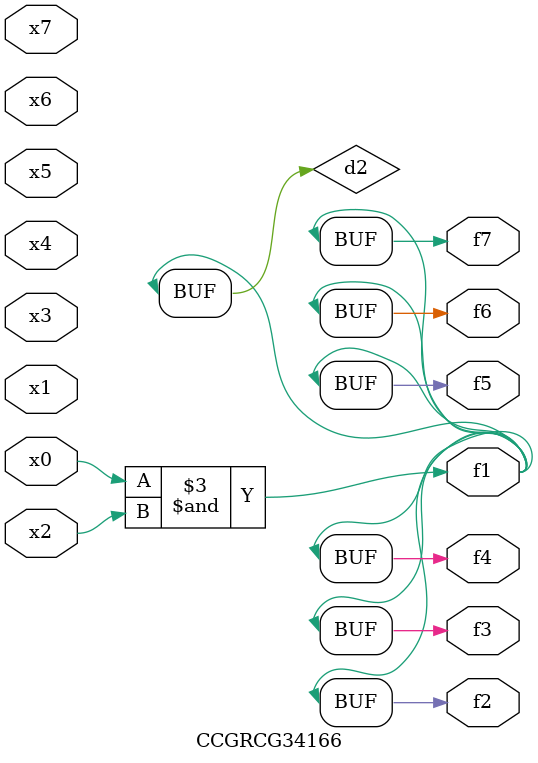
<source format=v>
module CCGRCG34166(
	input x0, x1, x2, x3, x4, x5, x6, x7,
	output f1, f2, f3, f4, f5, f6, f7
);

	wire d1, d2;

	nor (d1, x3, x6);
	and (d2, x0, x2);
	assign f1 = d2;
	assign f2 = d2;
	assign f3 = d2;
	assign f4 = d2;
	assign f5 = d2;
	assign f6 = d2;
	assign f7 = d2;
endmodule

</source>
